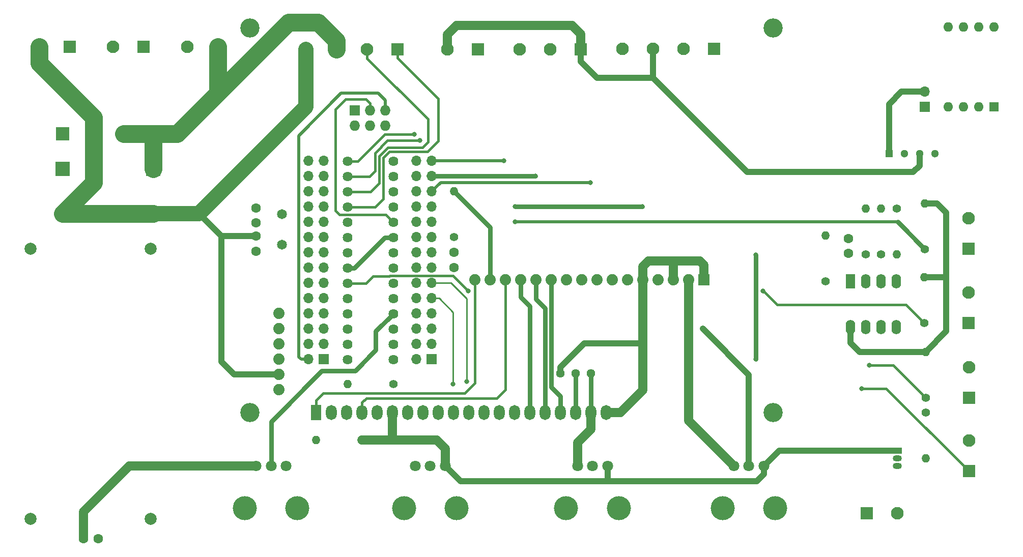
<source format=gbl>
G04 #@! TF.GenerationSoftware,KiCad,Pcbnew,(5.1.2)-2*
G04 #@! TF.CreationDate,2020-04-07T11:29:11-03:00*
G04 #@! TF.ProjectId,controller,636f6e74-726f-46c6-9c65-722e6b696361,rev?*
G04 #@! TF.SameCoordinates,Original*
G04 #@! TF.FileFunction,Copper,L2,Bot*
G04 #@! TF.FilePolarity,Positive*
%FSLAX46Y46*%
G04 Gerber Fmt 4.6, Leading zero omitted, Abs format (unit mm)*
G04 Created by KiCad (PCBNEW (5.1.2)-2) date 2020-04-07 11:29:11*
%MOMM*%
%LPD*%
G04 APERTURE LIST*
%ADD10C,1.400000*%
%ADD11O,1.400000X1.400000*%
%ADD12R,1.300000X1.300000*%
%ADD13C,1.300000*%
%ADD14R,1.879600X1.879600*%
%ADD15C,1.879600*%
%ADD16C,2.000000*%
%ADD17R,2.100000X2.100000*%
%ADD18C,2.100000*%
%ADD19R,1.600000X2.400000*%
%ADD20O,1.600000X2.400000*%
%ADD21C,1.600000*%
%ADD22R,1.727200X1.727200*%
%ADD23O,1.727200X1.727200*%
%ADD24C,1.625600*%
%ADD25C,1.651000*%
%ADD26C,1.800000*%
%ADD27C,4.000000*%
%ADD28R,1.700000X1.700000*%
%ADD29O,1.700000X1.700000*%
%ADD30R,1.600000X1.600000*%
%ADD31O,1.600000X1.600000*%
%ADD32R,2.200000X2.200000*%
%ADD33O,2.200000X2.200000*%
%ADD34O,1.500000X1.050000*%
%ADD35R,1.500000X1.050000*%
%ADD36R,2.400000X2.400000*%
%ADD37C,2.400000*%
%ADD38R,1.800000X2.500000*%
%ADD39O,1.800000X2.500000*%
%ADD40C,3.200000*%
%ADD41C,1.440000*%
%ADD42C,0.800000*%
%ADD43C,2.500000*%
%ADD44C,1.000000*%
%ADD45C,1.500000*%
%ADD46C,3.000000*%
%ADD47C,0.500000*%
%ADD48C,0.750000*%
%ADD49C,0.400000*%
%ADD50C,0.250000*%
G04 APERTURE END LIST*
D10*
X-19677380Y-17371060D03*
D11*
X-27297380Y-17371060D03*
D12*
X62806580Y20949920D03*
D13*
X65346580Y20949920D03*
X67886580Y20949920D03*
X70426580Y20949920D03*
D14*
X31998920Y920D03*
D15*
X29458920Y920D03*
X26918920Y920D03*
X24378920Y920D03*
X21838920Y920D03*
X19298920Y920D03*
X16758920Y920D03*
X14218920Y920D03*
X11678920Y920D03*
X9138920Y920D03*
X6598920Y920D03*
X4058920Y920D03*
X1518920Y920D03*
X-1018540Y920D03*
X-3558540Y920D03*
X-6098540Y920D03*
D16*
X-80032880Y5182280D03*
X-60032880Y5182280D03*
X-60032880Y-39817720D03*
X-80032880Y-39817720D03*
D17*
X11498580Y38364160D03*
D18*
X6418580Y38364160D03*
X1338580Y38364160D03*
D10*
X64091820Y11866880D03*
D11*
X64091820Y4246880D03*
X61473080Y11871960D03*
D10*
X61473080Y4251960D03*
D11*
X52207160Y7353300D03*
D10*
X52207160Y-266700D03*
D19*
X56375300Y-274320D03*
D20*
X63995300Y-7894320D03*
X58915300Y-274320D03*
X61455300Y-7894320D03*
X61455300Y-274320D03*
X58915300Y-7894320D03*
X63995300Y-274320D03*
X56375300Y-7894320D03*
D21*
X56073040Y4348480D03*
X56073040Y6848480D03*
D10*
X58912760Y4244340D03*
D11*
X58912760Y11864340D03*
D15*
X-38696800Y-15808960D03*
X-38696800Y-5648960D03*
X-38696800Y-18348960D03*
X-38696800Y-8188960D03*
X-38696800Y-10728960D03*
X-38696800Y-13268960D03*
D21*
X-9560560Y4518660D03*
X-9560560Y2018660D03*
X-42471340Y4726940D03*
X-42471340Y7226940D03*
X-42471340Y9420220D03*
X-42471340Y11920220D03*
D22*
X-26085800Y28173680D03*
D23*
X-26085800Y25633680D03*
X-23545800Y28173680D03*
X-23545800Y25633680D03*
X-21005800Y28173680D03*
X-21005800Y25633680D03*
D11*
X-32510000Y-26680000D03*
D10*
X-24890000Y-26680000D03*
X-9550400Y7101840D03*
D11*
X-9550400Y14721840D03*
D24*
X-27282140Y-13276580D03*
X-27282140Y-10736580D03*
X-27282140Y-8196580D03*
X-27282140Y-5656580D03*
X-27282140Y-3116580D03*
X-27282140Y-576580D03*
X-27282140Y1963420D03*
X-27282140Y4503420D03*
X-27282140Y7043420D03*
X-27282140Y9583420D03*
X-27282140Y12123420D03*
X-27282140Y14663420D03*
X-27282140Y17203420D03*
X-27282140Y19743420D03*
X-19662140Y19743420D03*
X-19662140Y17203420D03*
X-19662140Y14663420D03*
X-19662140Y12123420D03*
X-19662140Y9583420D03*
X-19662140Y7043420D03*
X-19662140Y4503420D03*
X-19662140Y1963420D03*
X-19662140Y-576580D03*
X-19662140Y-3116580D03*
X-19662140Y-5656580D03*
X-19662140Y-8196580D03*
X-19662140Y-10736580D03*
X-19662140Y-13276580D03*
D25*
X-38193980Y10861040D03*
X-38193980Y5781040D03*
D26*
X42000000Y-31000000D03*
X39500000Y-31000000D03*
X37000000Y-31000000D03*
D27*
X43900000Y-38000000D03*
X35100000Y-38000000D03*
D26*
X-37500000Y-31000000D03*
X-40000000Y-31000000D03*
X-42500000Y-31000000D03*
D27*
X-35600000Y-38000000D03*
X-44400000Y-38000000D03*
X-17900000Y-38000000D03*
X-9100000Y-38000000D03*
D26*
X-16000000Y-31000000D03*
X-13500000Y-31000000D03*
X-11000000Y-31000000D03*
X16000000Y-31000000D03*
X13500000Y-31000000D03*
X11000000Y-31000000D03*
D27*
X17900000Y-38000000D03*
X9100000Y-38000000D03*
D28*
X-31262320Y-13268960D03*
D29*
X-33802320Y-13268960D03*
X-31262320Y-10728960D03*
X-33802320Y-10728960D03*
X-31262320Y-8188960D03*
X-33802320Y-8188960D03*
X-31262320Y-5648960D03*
X-33802320Y-5648960D03*
X-31262320Y-3108960D03*
X-33802320Y-3108960D03*
X-31262320Y-568960D03*
X-33802320Y-568960D03*
X-31262320Y1971040D03*
X-33802320Y1971040D03*
X-31262320Y4511040D03*
X-33802320Y4511040D03*
X-31262320Y7051040D03*
X-33802320Y7051040D03*
X-31262320Y9591040D03*
X-33802320Y9591040D03*
X-31262320Y12131040D03*
X-33802320Y12131040D03*
X-31262320Y14671040D03*
X-33802320Y14671040D03*
X-31262320Y17211040D03*
X-33802320Y17211040D03*
X-31262320Y19751040D03*
X-33802320Y19751040D03*
D28*
X-13253720Y-13268960D03*
D29*
X-15793720Y-13268960D03*
X-13253720Y-10728960D03*
X-15793720Y-10728960D03*
X-13253720Y-8188960D03*
X-15793720Y-8188960D03*
X-13253720Y-5648960D03*
X-15793720Y-5648960D03*
X-13253720Y-3108960D03*
X-15793720Y-3108960D03*
X-13253720Y-568960D03*
X-15793720Y-568960D03*
X-13253720Y1971040D03*
X-15793720Y1971040D03*
X-13253720Y4511040D03*
X-15793720Y4511040D03*
X-13253720Y7051040D03*
X-15793720Y7051040D03*
X-13253720Y9591040D03*
X-15793720Y9591040D03*
X-13253720Y12131040D03*
X-15793720Y12131040D03*
X-13253720Y14671040D03*
X-15793720Y14671040D03*
X-13253720Y17211040D03*
X-15793720Y17211040D03*
X-13253720Y19751040D03*
X-15793720Y19751040D03*
D21*
X-71221600Y-43157140D03*
X-68721600Y-43157140D03*
D30*
X80230980Y28757880D03*
D31*
X72610980Y42057880D03*
X77690980Y28757880D03*
X75150980Y42057880D03*
X75150980Y28757880D03*
X77690980Y42057880D03*
X72610980Y28757880D03*
X80230980Y42057880D03*
D32*
X-74693780Y24257000D03*
D33*
X-64533780Y24257000D03*
D28*
X68737480Y28747720D03*
D29*
X68737480Y31287720D03*
D34*
X64203580Y-29735780D03*
X64203580Y-31005780D03*
D35*
X64203580Y-28465780D03*
D10*
X68930520Y-22105620D03*
D11*
X68930520Y-29725620D03*
D17*
X59113420Y-38900000D03*
D18*
X64193420Y-38900000D03*
D17*
X-73474580Y38717220D03*
D18*
X-78554580Y38717220D03*
X76098459Y-14587799D03*
D17*
X76098459Y-19667799D03*
X76095860Y-31879540D03*
D18*
X76095860Y-26799540D03*
D11*
X68920360Y-12031980D03*
D10*
X68920360Y-19651980D03*
D36*
X-59634120Y18468340D03*
D37*
X-59634120Y10968340D03*
X-74683620Y10960720D03*
D36*
X-74683620Y18460720D03*
D17*
X33719279Y38377279D03*
D18*
X28639279Y38377279D03*
X23559279Y38377279D03*
X18479279Y38377279D03*
D17*
X-5560000Y38360000D03*
D18*
X-10640000Y38360000D03*
X76070519Y-2131839D03*
D17*
X76070519Y-7211839D03*
X76062899Y5135161D03*
D18*
X76062899Y10215161D03*
D10*
X68663820Y-7226300D03*
D11*
X68663820Y393700D03*
X68737480Y12712700D03*
D10*
X68737480Y5092700D03*
D17*
X-18980260Y38321620D03*
D18*
X-24060260Y38321620D03*
X-29140260Y38321620D03*
X-34220260Y38321620D03*
D17*
X-48823880Y38717220D03*
D18*
X-53903880Y38717220D03*
D17*
X-61239400Y38717220D03*
D18*
X-66319400Y38717220D03*
D38*
X-32499300Y-22098920D03*
D39*
X-29959300Y-22098920D03*
X-27419300Y-22098920D03*
X-24879300Y-22098920D03*
X-22339300Y-22098920D03*
X-19799300Y-22098920D03*
X-17259300Y-22098920D03*
X-14719300Y-22098920D03*
X-12179300Y-22098920D03*
X-9639300Y-22098920D03*
X-7099300Y-22098920D03*
X-4559300Y-22098920D03*
X-2019300Y-22098920D03*
X520700Y-22098920D03*
X3060700Y-22098920D03*
X5600700Y-22098920D03*
X8140700Y-22098920D03*
X10680700Y-22098920D03*
X13220700Y-22098920D03*
X15760700Y-22098920D03*
D40*
X-43500000Y-22100000D03*
X43500000Y-22100000D03*
X-43500000Y41900000D03*
X43500000Y41900000D03*
D41*
X13210000Y-15630000D03*
X10670000Y-15630000D03*
X8130000Y-15630000D03*
D42*
X561040Y12131040D03*
X21758960Y12131040D03*
X13100000Y16190000D03*
X40661040Y-13268960D03*
X40660000Y4122740D03*
X31851040Y-8188960D03*
X-9740000Y-17410000D03*
X-7450000Y-16970000D03*
X591040Y9591040D03*
X-15210000Y23180000D03*
X-16180000Y24200000D03*
X3950000Y17270000D03*
X-1271040Y19751040D03*
X59550000Y-14210000D03*
X58220000Y-18100000D03*
X-7221041Y-1858959D03*
X41861041Y-1858959D03*
D43*
X-57937064Y10968340D02*
X-59634120Y10968340D01*
X-51994100Y10968340D02*
X-57937064Y10968340D01*
D44*
X62806580Y20949920D02*
X62806580Y29226580D01*
X64867720Y31287720D02*
X68737480Y31287720D01*
X62806580Y29226580D02*
X64867720Y31287720D01*
D45*
X18160700Y-22098920D02*
X15760700Y-22098920D01*
X21838920Y-18420700D02*
X18160700Y-22098920D01*
X31998920Y2440720D02*
X31998920Y920D01*
X31329640Y3110000D02*
X31998920Y2440720D01*
X21838920Y2208920D02*
X22740000Y3110000D01*
X21838920Y920D02*
X21838920Y2208920D01*
X26918920Y3021080D02*
X26830000Y3110000D01*
X26918920Y920D02*
X26918920Y3021080D01*
X22740000Y3110000D02*
X26830000Y3110000D01*
X26830000Y3110000D02*
X31329640Y3110000D01*
D44*
X12110687Y-10631080D02*
X21838920Y-10631080D01*
X8130000Y-14611767D02*
X12110687Y-10631080D01*
X8130000Y-15630000D02*
X8130000Y-14611767D01*
D45*
X21838920Y920D02*
X21838920Y-10631080D01*
X21838920Y-10631080D02*
X21838920Y-18420700D01*
D44*
X44534220Y-28465780D02*
X42000000Y-31000000D01*
X64203580Y-28465780D02*
X44534220Y-28465780D01*
X-46131040Y-15808960D02*
X-38696800Y-15808960D01*
X-48252700Y7226940D02*
X-51994100Y10968340D01*
X-42471340Y7226940D02*
X-48252700Y7226940D01*
X-48252700Y-13687300D02*
X-46131040Y-15808960D01*
X-48252700Y7226940D02*
X-48252700Y-13687300D01*
X42000000Y-31000000D02*
X42000000Y-32340000D01*
X42000000Y-32340000D02*
X40800000Y-33540000D01*
X-8460000Y-33540000D02*
X-11000000Y-31000000D01*
X16000000Y-33500000D02*
X15960000Y-33540000D01*
X16000000Y-31000000D02*
X16000000Y-33500000D01*
X40800000Y-33540000D02*
X15960000Y-33540000D01*
X15960000Y-33540000D02*
X-8460000Y-33540000D01*
D45*
X-11000000Y-28120000D02*
X-11000000Y-31000000D01*
X-12440000Y-26680000D02*
X-11000000Y-28120000D01*
X-19799300Y-26279300D02*
X-20200000Y-26680000D01*
X-19799300Y-22098920D02*
X-19799300Y-26279300D01*
X-24890000Y-26680000D02*
X-20200000Y-26680000D01*
X-20200000Y-26680000D02*
X-12440000Y-26680000D01*
D46*
X-78554580Y38717220D02*
X-78554580Y36024580D01*
X-78554580Y36024580D02*
X-69480000Y26950000D01*
X-69480000Y16164340D02*
X-74683620Y10960720D01*
X-69480000Y26950000D02*
X-69480000Y16164340D01*
X-59641740Y10960720D02*
X-59634120Y10968340D01*
X-74683620Y10960720D02*
X-59641740Y10960720D01*
D43*
X-34220260Y28742180D02*
X-35641220Y27321220D01*
X-34220260Y38321620D02*
X-34220260Y28742180D01*
X-35641220Y27321220D02*
X-51994100Y10968340D01*
D47*
X-21005800Y29835800D02*
X-21005800Y28173680D01*
X-33802320Y-13268960D02*
X-35004401Y-13268960D01*
X-35004401Y-13268960D02*
X-35400000Y-12873361D01*
X-35400000Y-12873361D02*
X-35400000Y23970000D01*
X-35400000Y23970000D02*
X-28340000Y31030000D01*
X-28340000Y31030000D02*
X-22200000Y31030000D01*
X-22200000Y31030000D02*
X-21005800Y29835800D01*
D48*
X-21052668Y7043420D02*
X-20678140Y7043420D01*
X-26132668Y1963420D02*
X-21052668Y7043420D01*
X-27282140Y1963420D02*
X-26132668Y1963420D01*
X-19662140Y7043420D02*
X-20678140Y7043420D01*
D45*
X-63570000Y-31000000D02*
X-42500000Y-31000000D01*
X-71221600Y-38651600D02*
X-63570000Y-31000000D01*
X-71221600Y-43157140D02*
X-71221600Y-38651600D01*
D44*
X68737480Y12712700D02*
X70757300Y12712700D01*
X70757300Y12712700D02*
X72350000Y11120000D01*
X72350000Y-8602340D02*
X68920360Y-12031980D01*
X72183700Y393700D02*
X72350000Y560000D01*
X68663820Y393700D02*
X72183700Y393700D01*
X72350000Y11120000D02*
X72350000Y560000D01*
X72350000Y560000D02*
X72350000Y-8602340D01*
X68920360Y-12031980D02*
X57901980Y-12031980D01*
X56375300Y-10505300D02*
X56375300Y-7894320D01*
X57901980Y-12031980D02*
X56375300Y-10505300D01*
D48*
X-3558540Y8729980D02*
X-9550400Y14721840D01*
X-3558540Y920D02*
X-3558540Y8729980D01*
D45*
X29458920Y-23458920D02*
X37000000Y-31000000D01*
X29458920Y920D02*
X29458920Y-23458920D01*
D44*
X67886580Y18976580D02*
X66840000Y17930000D01*
X67886580Y20949920D02*
X67886580Y18976580D01*
X39230000Y17930000D02*
X23559279Y33600721D01*
X66840000Y17930000D02*
X39230000Y17930000D01*
X23559279Y33600721D02*
X23559279Y38377279D01*
X14212019Y33600721D02*
X23559279Y33600721D01*
X11498580Y36314160D02*
X14212019Y33600721D01*
X11498580Y38364160D02*
X11498580Y36314160D01*
D45*
X13220700Y-22098920D02*
X13220700Y-24879300D01*
X11000000Y-27100000D02*
X11000000Y-31000000D01*
X13220700Y-24879300D02*
X11000000Y-27100000D01*
D48*
X13210000Y-22088220D02*
X13220700Y-22098920D01*
X13210000Y-15630000D02*
X13210000Y-22088220D01*
D45*
X11498580Y40914160D02*
X11498580Y38364160D01*
X10092740Y42320000D02*
X11498580Y40914160D01*
X-9110000Y42320000D02*
X10092740Y42320000D01*
X-10640000Y40790000D02*
X-9110000Y42320000D01*
X-10640000Y38360000D02*
X-10640000Y40790000D01*
D48*
X561040Y12131040D02*
X21758960Y12131040D01*
D47*
X-13253720Y14671040D02*
X-11734760Y16190000D01*
X-11734760Y16190000D02*
X13100000Y16190000D01*
D49*
X-18980260Y36871620D02*
X-18980260Y38321620D01*
X-12200000Y30091360D02*
X-18980260Y36871620D01*
X-12200000Y23110000D02*
X-12200000Y30091360D01*
X-13990000Y21320000D02*
X-12200000Y23110000D01*
X-20320000Y21320000D02*
X-13990000Y21320000D01*
X-21320000Y20320000D02*
X-20320000Y21320000D01*
X-21320000Y13450000D02*
X-21320000Y20320000D01*
X-22646580Y12123420D02*
X-21320000Y13450000D01*
X-27282140Y12123420D02*
X-22646580Y12123420D01*
X-23406580Y14663420D02*
X-27282140Y14663420D01*
X-21990000Y20590000D02*
X-21990000Y16080000D01*
X-24060260Y38321620D02*
X-24060260Y36836696D01*
X-24060260Y36836696D02*
X-13920000Y26696436D01*
X-13920000Y26696436D02*
X-13920000Y22900000D01*
X-13920000Y22900000D02*
X-14800000Y22020000D01*
X-21990000Y16080000D02*
X-23406580Y14663420D01*
X-14800000Y22020000D02*
X-20560000Y22020000D01*
X-20560000Y22020000D02*
X-21990000Y20590000D01*
D48*
X40660000Y-13267920D02*
X40661040Y-13268960D01*
X40660000Y4122740D02*
X40660000Y-13267920D01*
D44*
X32251039Y-8588959D02*
X31851040Y-8188960D01*
X39500000Y-15837920D02*
X32251039Y-8588959D01*
X39500000Y-31000000D02*
X39500000Y-15837920D01*
D48*
X-40000000Y-31000000D02*
X-40000000Y-23620000D01*
X-40000000Y-23620000D02*
X-31550000Y-15170000D01*
X-31550000Y-15170000D02*
X-26020000Y-15170000D01*
X-26020000Y-15170000D02*
X-22570000Y-11720000D01*
X-22570000Y-8564440D02*
X-19662140Y-5656580D01*
X-22570000Y-11720000D02*
X-22570000Y-8564440D01*
D50*
X-12051639Y-3108960D02*
X-9740000Y-5420599D01*
X-13253720Y-3108960D02*
X-12051639Y-3108960D01*
X-9740000Y-5420599D02*
X-9740000Y-17410000D01*
X-9740000Y-17410000D02*
X-9740000Y-17410000D01*
X-13253720Y-568960D02*
X-10031040Y-568960D01*
X-10031040Y-568960D02*
X-7450000Y-3150000D01*
X-7450000Y-3150000D02*
X-7450000Y-16970000D01*
X-7450000Y-16970000D02*
X-7450000Y-16970000D01*
D46*
X-48823880Y38717220D02*
X-48823880Y37893880D01*
X-48823880Y31076120D02*
X-48823880Y37893880D01*
X-55643000Y24257000D02*
X-48823880Y31076120D01*
X-59634120Y23948120D02*
X-59943000Y24257000D01*
X-59634120Y18468340D02*
X-59634120Y23948120D01*
X-64533780Y24257000D02*
X-59943000Y24257000D01*
X-59943000Y24257000D02*
X-55643000Y24257000D01*
X-37080000Y42820000D02*
X-48823880Y31076120D01*
X-29140260Y39806544D02*
X-32153716Y42820000D01*
X-29140260Y38321620D02*
X-29140260Y39806544D01*
X-32153716Y42820000D02*
X-37080000Y42820000D01*
D48*
X64239140Y9591040D02*
X68737480Y5092700D01*
D49*
X-23545800Y29394994D02*
X-24210806Y30060000D01*
X-23545800Y28173680D02*
X-23545800Y29394994D01*
X-24210806Y30060000D02*
X-27570000Y30060000D01*
X-27570000Y30060000D02*
X-29270000Y28360000D01*
X-29270000Y28360000D02*
X-29270000Y11470000D01*
X-29270000Y11470000D02*
X-28650000Y10850000D01*
X-20928720Y10850000D02*
X-19662140Y9583420D01*
X-28650000Y10850000D02*
X-20928720Y10850000D01*
D47*
X64239140Y9591040D02*
X591040Y9591040D01*
D49*
X-27282140Y17203420D02*
X-23606580Y17203420D01*
X-23606580Y17203420D02*
X-22720000Y18090000D01*
X-22720000Y18090000D02*
X-22720000Y21100000D01*
X-22720000Y21100000D02*
X-20640000Y23180000D01*
X-20640000Y23180000D02*
X-15210000Y23180000D01*
X-15210000Y23180000D02*
X-15210000Y23180000D01*
X-2480000Y-19730000D02*
X-1018540Y-18268540D01*
X-24160380Y-19730000D02*
X-2480000Y-19730000D01*
X-24879300Y-22098920D02*
X-24879300Y-20448920D01*
X-24879300Y-20448920D02*
X-24160380Y-19730000D01*
X-1018540Y-18268540D02*
X-1018540Y920D01*
D48*
X1518920Y920D02*
X1518920Y-2888920D01*
X3060700Y-4430700D02*
X3060700Y-22098920D01*
X1518920Y-2888920D02*
X3060700Y-4430700D01*
D49*
X-27282140Y19743420D02*
X-25536580Y19743420D01*
X-25536580Y19743420D02*
X-21080000Y24200000D01*
X-21080000Y24200000D02*
X-16180000Y24200000D01*
X-16180000Y24200000D02*
X-16180000Y24200000D01*
D48*
X6598920Y920D02*
X6598920Y-17848920D01*
X8140700Y-19390700D02*
X8140700Y-22098920D01*
X6598920Y-17848920D02*
X8140700Y-19390700D01*
X-13194760Y17270000D02*
X-13253720Y17211040D01*
X3950000Y17270000D02*
X-13194760Y17270000D01*
X4058920Y920D02*
X4058920Y-3258920D01*
X5600700Y-4800700D02*
X5600700Y-19130700D01*
X4058920Y-3258920D02*
X5600700Y-4800700D01*
X5600700Y-22098920D02*
X5600700Y-19130700D01*
D47*
X-13253720Y19751040D02*
X-1271040Y19751040D01*
D49*
X63478380Y-14210000D02*
X68920360Y-19651980D01*
X59550000Y-14210000D02*
X63478380Y-14210000D01*
X62316320Y-18100000D02*
X76095860Y-31879540D01*
X58220000Y-18100000D02*
X62316320Y-18100000D01*
X-7221041Y-1858959D02*
X-7221041Y-1858959D01*
X42261040Y-2258958D02*
X41861041Y-1858959D01*
X44172082Y-4170000D02*
X42261040Y-2258958D01*
X65607520Y-4170000D02*
X44172082Y-4170000D01*
X68663820Y-7226300D02*
X65607520Y-4170000D01*
X-24178662Y-576580D02*
X-22996041Y606041D01*
X-27282140Y-576580D02*
X-24178662Y-576580D01*
X-7621040Y-1458960D02*
X-7221041Y-1858959D01*
X-9761041Y681041D02*
X-7621040Y-1458960D01*
X-20199465Y681041D02*
X-9761041Y681041D01*
X-20274465Y606041D02*
X-20199465Y681041D01*
X-22996041Y606041D02*
X-20274465Y606041D01*
D48*
X10670000Y-22088220D02*
X10680700Y-22098920D01*
X10670000Y-15630000D02*
X10670000Y-22088220D01*
D49*
X-6098540Y920D02*
X-6098540Y-17188540D01*
X-6098540Y-17188540D02*
X-7800000Y-18890000D01*
X-31290380Y-18890000D02*
X-32499300Y-20098920D01*
X-7800000Y-18890000D02*
X-31290380Y-18890000D01*
X-32499300Y-22098920D02*
X-32499300Y-20098920D01*
M02*

</source>
